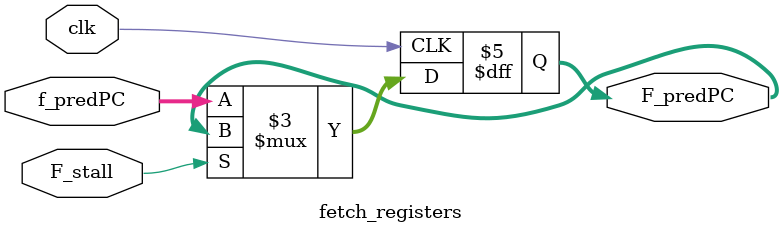
<source format=v>
module fetch_registers(clk, F_predPC, f_predPC, F_stall);

input [63:0] f_predPC;
input clk, F_stall;
output reg [63:0] F_predPC; 

always @(posedge clk)
begin 
    if(!F_stall)
    begin F_predPC <= f_predPC; end
end

endmodule
</source>
